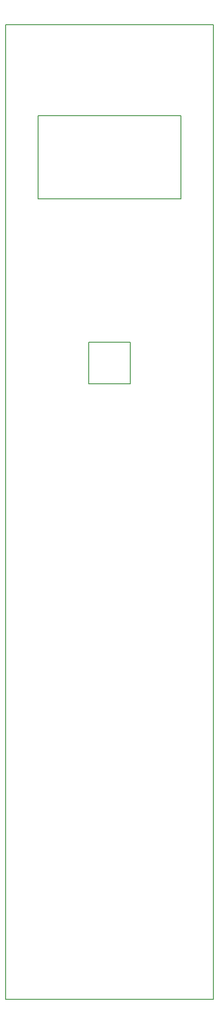
<source format=gbr>
G04 #@! TF.GenerationSoftware,KiCad,Pcbnew,(5.0.0)*
G04 #@! TF.CreationDate,2018-10-26T18:08:54+01:00*
G04 #@! TF.ProjectId,FrontPanel_AD9833FunctionGenerator,46726F6E7450616E656C5F4144393833,rev?*
G04 #@! TF.SameCoordinates,Original*
G04 #@! TF.FileFunction,Profile,NP*
%FSLAX46Y46*%
G04 Gerber Fmt 4.6, Leading zero omitted, Abs format (unit mm)*
G04 Created by KiCad (PCBNEW (5.0.0)) date 10/26/18 18:08:54*
%MOMM*%
%LPD*%
G01*
G04 APERTURE LIST*
%ADD10C,0.150000*%
G04 APERTURE END LIST*
D10*
X92075000Y-103124000D02*
X92075000Y-111252000D01*
X100203000Y-103124000D02*
X92075000Y-103124000D01*
X100203000Y-111252000D02*
X100203000Y-103124000D01*
X92075000Y-111252000D02*
X100203000Y-111252000D01*
X110109000Y-58801000D02*
X82169000Y-58801000D01*
X110109000Y-75057000D02*
X110109000Y-58801000D01*
X82169000Y-75057000D02*
X110109000Y-75057000D01*
X82169000Y-58801000D02*
X82169000Y-75057000D01*
X75819000Y-41021000D02*
X116459000Y-41021000D01*
X75819000Y-231521000D02*
X116459000Y-231521000D01*
X75819000Y-231521000D02*
X75819000Y-41021000D01*
X116459000Y-231521000D02*
X116459000Y-41021000D01*
M02*

</source>
